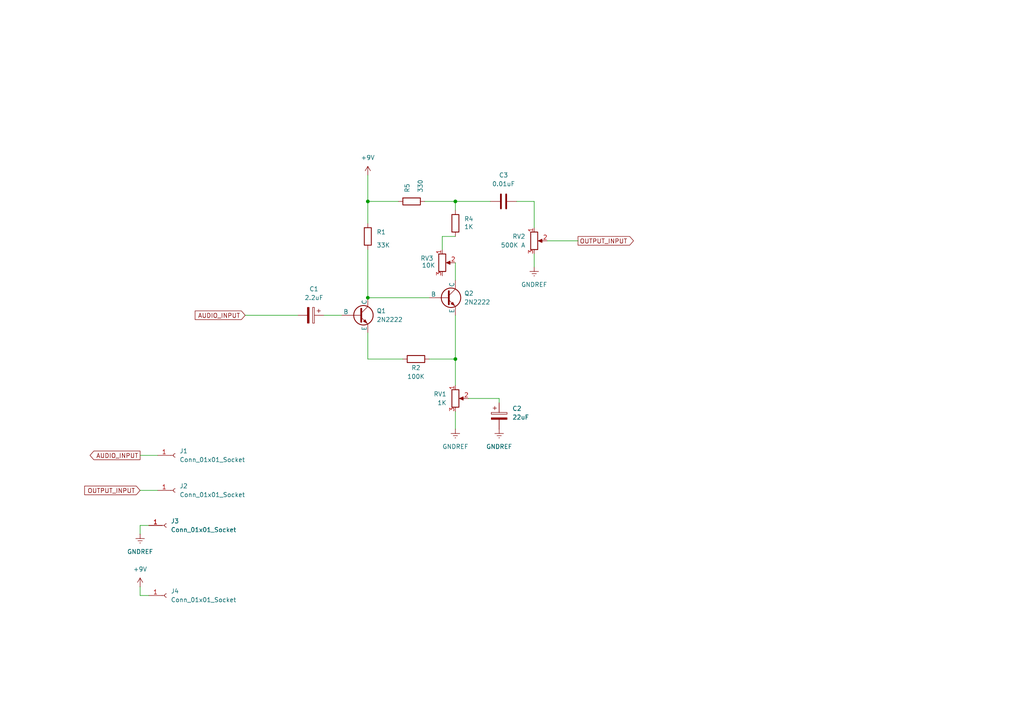
<source format=kicad_sch>
(kicad_sch (version 20250114) (generator "eeschema") (generator_version "9.0")
  (paper "A4")
  (lib_symbols
    (symbol "Connector:Conn_01x01_Socket" (pin_names (offset 1.016) (hide yes))
      (property "Reference" "J" (at 0 2.54 0))
      (property "Value" "Conn_01x01_Socket" (at 0 -2.54 0))
      (symbol "Conn_01x01_Socket_1_1"
        (polyline (pts (xy -1.27 0) (xy -0.508 0)) (stroke (width 0.1524)))
        (arc (start 0 -0.508) (mid -0.5058 0) (end 0 0.508) (stroke (width 0.1524)))
        (pin passive line (at -5.08 0 0) (length 3.81) (name "Pin_1") (number "1"))
      )
    )
    (symbol "Device:C" (pin_numbers (hide yes)) (pin_names (offset 0.254))
      (property "Reference" "C" (at 0.635 2.54 0))
      (property "Value" "C" (at 0.635 -2.54 0))
      (symbol "C_0_1"
        (polyline (pts (xy -2.032 0.762) (xy 2.032 0.762)) (stroke (width 0.508)))
        (polyline (pts (xy -2.032 -0.762) (xy 2.032 -0.762)) (stroke (width 0.508)))
      )
      (symbol "C_1_1"
        (pin passive line (at 0 3.81 270) (length 2.794) (name "~") (number "1"))
        (pin passive line (at 0 -3.81 90) (length 2.794) (name "~") (number "2"))
      )
    )
    (symbol "Device:C_Polarized" (pin_numbers (hide yes)) (pin_names (offset 0.254))
      (property "Reference" "C" (at 0.635 2.54 0))
      (property "Value" "C_Polarized" (at 0.635 -2.54 0))
      (symbol "C_Polarized_0_1"
        (rectangle (start -2.286 0.508) (end 2.286 1.016))
        (polyline (pts (xy -1.778 2.286) (xy -0.762 2.286)))
        (polyline (pts (xy -1.27 2.794) (xy -1.27 1.778)))
        (rectangle (start 2.286 -0.508) (end -2.286 -1.016) (fill (type outline)))
      )
      (symbol "C_Polarized_1_1"
        (pin passive line (at 0 3.81 270) (length 2.794) (name "~") (number "1"))
        (pin passive line (at 0 -3.81 90) (length 2.794) (name "~") (number "2"))
      )
    )
    (symbol "Device:R" (pin_numbers (hide yes)) (pin_names (offset 0))
      (property "Reference" "R" (at 2.032 0 90))
      (property "Value" "R" (at 0 0 90))
      (symbol "R_0_1"
        (rectangle (start -1.016 -2.54) (end 1.016 2.54) (stroke (width 0.254)))
      )
      (symbol "R_1_1"
        (pin passive line (at 0 3.81 270) (length 1.27) (name "~") (number "1"))
        (pin passive line (at 0 -3.81 90) (length 1.27) (name "~") (number "2"))
      )
    )
    (symbol "Device:R_Potentiometer" (pin_names (offset 1.016) (hide yes))
      (property "Reference" "RV" (at -4.445 0 90))
      (property "Value" "R_Potentiometer" (at -2.54 0 90))
      (symbol "R_Potentiometer_0_1"
        (rectangle (start 1.016 2.54) (end -1.016 -2.54) (stroke (width 0.254)))
        (polyline (pts (xy 1.143 0) (xy 2.286 0.508) (xy 2.286 -0.508) (xy 1.143 0)) (fill (type outline)))
        (polyline (pts (xy 2.54 0) (xy 1.524 0)))
      )
      (symbol "R_Potentiometer_1_1"
        (pin passive line (at 0 3.81 270) (length 1.27) (name "1") (number "1"))
        (pin passive line (at 0 -3.81 90) (length 1.27) (name "3") (number "3"))
        (pin passive line (at 3.81 0 180) (length 1.27) (name "2") (number "2"))
      )
    )
    (symbol "Simulation_SPICE:NPN" (pin_numbers (hide yes)) (pin_names (offset 0))
      (property "Reference" "Q" (at -2.54 7.62 0))
      (property "Value" "NPN" (at -2.54 5.08 0))
      (symbol "NPN_0_1"
        (polyline (pts (xy -2.54 0) (xy 0.635 0)) (stroke (width 0.1524)))
        (polyline (pts (xy 0.635 1.905) (xy 0.635 -1.905) (xy 0.635 -1.905)) (stroke (width 0.508)))
        (polyline (pts (xy 0.635 0.635) (xy 2.54 2.54)))
        (polyline (pts (xy 0.635 -0.635) (xy 2.54 -2.54) (xy 2.54 -2.54)))
        (circle (center 1.27 0) (radius 2.8194) (stroke (width 0.254)))
        (polyline (pts (xy 1.27 -1.778) (xy 1.778 -1.27) (xy 2.286 -2.286) (xy 1.27 -1.778) (xy 1.27 -1.778)) (fill (type outline)))
        (polyline (pts (xy 2.794 -1.27) (xy 2.794 -1.27)) (stroke (width 0.1524)))
        (polyline (pts (xy 2.794 -1.27) (xy 2.794 -1.27)) (stroke (width 0.1524)))
      )
      (symbol "NPN_1_1"
        (pin input line (at -5.08 0 0) (length 2.54) (name "B") (number "2"))
        (pin open_collector line (at 2.54 5.08 270) (length 2.54) (name "C") (number "1"))
        (pin open_emitter line (at 2.54 -5.08 90) (length 2.54) (name "E") (number "3"))
      )
    )
    (symbol "power:+9V" (power) (pin_numbers (hide yes)) (pin_names (offset 0) (hide yes))
      (property "Value" "+9V" (at 0 3.556 0))
      (symbol "+9V_0_1"
        (polyline (pts (xy -0.762 1.27) (xy 0 2.54)))
        (polyline (pts (xy 0 2.54) (xy 0.762 1.27)))
        (polyline (pts (xy 0 0) (xy 0 2.54)))
      )
      (symbol "+9V_1_1"
        (pin power_in line (at 0 0 90) (length 0) (name "~") (number "1"))
      )
    )
    (symbol "power:GNDREF" (power) (pin_numbers (hide yes)) (pin_names (offset 0) (hide yes))
      (property "Value" "GNDREF" (at 0 -3.81 0))
      (symbol "GNDREF_0_1"
        (polyline (pts (xy -0.635 -1.905) (xy 0.635 -1.905)))
        (polyline (pts (xy -0.127 -2.54) (xy 0.127 -2.54)))
        (polyline (pts (xy 0 -1.27) (xy 0 0)))
        (polyline (pts (xy 1.27 -1.27) (xy -1.27 -1.27)))
      )
      (symbol "GNDREF_1_1"
        (pin power_in line (at 0 0 270) (length 0) (name "~") (number "1"))
      )
    )
  )
  (junction (at 106.68 86.36))
  (junction (at 132.08 104.14))
  (junction (at 132.08 58.42))
  (junction (at 106.68 58.42))
  (wire (pts (xy 124.46 104.14) (xy 132.08 104.14)))
  (wire (pts (xy 144.78 115.57) (xy 135.89 115.57)))
  (wire (pts (xy 106.68 64.77) (xy 106.68 58.42)))
  (wire (pts (xy 158.75 69.85) (xy 167.64 69.85)))
  (wire (pts (xy 40.64 170.18) (xy 40.64 172.72)))
  (wire (pts (xy 106.68 96.52) (xy 106.68 104.14)))
  (wire (pts (xy 132.08 58.42) (xy 142.24 58.42)))
  (wire (pts (xy 40.64 172.72) (xy 43.18 172.72)))
  (wire (pts (xy 132.08 104.14) (xy 132.08 111.76)))
  (wire (pts (xy 40.64 152.4) (xy 43.18 152.4)))
  (wire (pts (xy 132.08 60.96) (xy 132.08 58.42)))
  (wire (pts (xy 71.12 91.44) (xy 86.36 91.44)))
  (wire (pts (xy 132.08 91.44) (xy 132.08 104.14)))
  (wire (pts (xy 144.78 116.84) (xy 144.78 115.57)))
  (wire (pts (xy 40.64 132.08) (xy 45.72 132.08)))
  (wire (pts (xy 40.64 142.24) (xy 45.72 142.24)))
  (wire (pts (xy 128.27 72.39) (xy 128.27 68.58)))
  (wire (pts (xy 132.08 119.38) (xy 132.08 124.46)))
  (wire (pts (xy 106.68 104.14) (xy 116.84 104.14)))
  (wire (pts (xy 106.68 86.36) (xy 124.46 86.36)))
  (wire (pts (xy 93.98 91.44) (xy 99.06 91.44)))
  (wire (pts (xy 128.27 68.58) (xy 132.08 68.58)))
  (wire (pts (xy 40.64 154.94) (xy 40.64 152.4)))
  (wire (pts (xy 154.94 73.66) (xy 154.94 77.47)))
  (wire (pts (xy 123.19 58.42) (xy 132.08 58.42)))
  (wire (pts (xy 149.86 58.42) (xy 154.94 58.42)))
  (wire (pts (xy 106.68 72.39) (xy 106.68 86.36)))
  (wire (pts (xy 154.94 58.42) (xy 154.94 66.04)))
  (wire (pts (xy 106.68 58.42) (xy 115.57 58.42)))
  (wire (pts (xy 106.68 50.8) (xy 106.68 58.42)))
  (wire (pts (xy 132.08 76.2) (xy 132.08 81.28)))
  (global_label "AUDIO_INPUT" (shape output) (at 40.64 132.08 180) (property "Intersheetrefs" "${INTERSHEET_REFS}" (effects (hide yes))))
  (global_label "OUTPUT_INPUT" (shape output) (at 167.64 69.85 0) (property "Intersheetrefs" "${INTERSHEET_REFS}" (effects (hide yes))))
  (global_label "AUDIO_INPUT" (shape input) (at 71.12 91.44 180) (property "Intersheetrefs" "${INTERSHEET_REFS}" (effects (hide yes))))
  (global_label "OUTPUT_INPUT" (shape input) (at 40.64 142.24 180) (property "Intersheetrefs" "${INTERSHEET_REFS}" (effects (hide yes))))
  (symbol (lib_id "Connector:Conn_01x01_Socket") (at 48.26 152.4 0) (unit 1)
    (property "Reference" "J3" (at 49.53 151.1299 0) (effects (justify left)))
    (property "Value" "Conn_01x01_Socket" (at 49.53 153.6699 0) (effects (justify left)))
    (property "Footprint" "Conn:Single_Conn" (effects (hide yes)))
    (property "Description" "Generic connector, single row, 01x01, script generated" (effects (hide yes)))
  )
  (symbol (lib_id "Device:R") (at 106.68 68.58 0) (unit 1)
    (property "Reference" "R1" (at 109.22 67.3099 0) (effects (justify left)))
    (property "Value" "33K" (at 109.22 71.12 0) (effects (justify left)))
    (property "Footprint" "Resistor_THT:R_Axial_DIN0207_L6.3mm_D2.5mm_P10.16mm_Horizontal" (effects (hide yes)))
    (property "Description" "Resistor" (effects (hide yes)))
  )
  (symbol (lib_id "Device:R") (at 120.65 104.14 90) (unit 1)
    (property "Reference" "R2" (at 120.65 106.68 90))
    (property "Value" "100K" (at 123.19 109.22 90) (effects (justify left)))
    (property "Footprint" "Resistor_THT:R_Axial_DIN0207_L6.3mm_D2.5mm_P10.16mm_Horizontal" (effects (hide yes)))
    (property "Description" "Resistor" (effects (hide yes)))
  )
  (symbol (lib_id "Device:C") (at 146.05 58.42 90) (unit 1)
    (property "Reference" "C3" (at 146.05 50.8 90))
    (property "Value" "0.01uF" (at 146.05 53.34 90))
    (property "Footprint" "Capacitor_THT:C_Disc_D3.4mm_W2.1mm_P2.50mm" (effects (hide yes)))
    (property "Description" "Unpolarized capacitor" (effects (hide yes)))
  )
  (symbol (lib_id "Device:R_Potentiometer") (at 128.27 76.2 0) (unit 1)
    (property "Reference" "RV3" (at 125.73 74.9299 0) (effects (justify right)))
    (property "Value" "10K" (at 126.238 76.962 0) (effects (justify right)))
    (property "Footprint" "Pot:Trimmer" (effects (hide yes)))
    (property "Description" "Potentiometer" (effects (hide yes)))
  )
  (symbol (lib_id "power:GNDREF") (at 154.94 77.47 0) (unit 1)
    (property "Reference" "#PWR03" (effects (hide yes)))
    (property "Value" "GNDREF" (at 154.94 82.55 0))
    (property "Description" "Power symbol creates a global label with name \"GNDREF\" , reference supply ground" (effects (hide yes)))
  )
  (symbol (lib_id "Device:C_Polarized") (at 90.17 91.44 270) (unit 1)
    (property "Reference" "C1" (at 91.059 83.82 90))
    (property "Value" "2.2uF" (at 91.059 86.36 90))
    (property "Footprint" "Capacitor_THT:CP_Radial_D5.0mm_P2.50mm" (effects (hide yes)))
    (property "Description" "Polarized capacitor" (effects (hide yes)))
  )
  (symbol (lib_id "power:+9V") (at 40.64 170.18 0) (unit 1)
    (property "Reference" "#PWR06" (effects (hide yes)))
    (property "Value" "+9V" (at 40.64 165.1 0))
    (property "Description" "Power symbol creates a global label with name \"+9V\"" (effects (hide yes)))
  )
  (symbol (lib_id "Connector:Conn_01x01_Socket") (at 48.26 172.72 0) (unit 1)
    (property "Reference" "J4" (at 49.53 171.4499 0) (effects (justify left)))
    (property "Value" "Conn_01x01_Socket" (at 49.53 173.9899 0) (effects (justify left)))
    (property "Footprint" "Conn:Single_Conn" (effects (hide yes)))
    (property "Description" "Generic connector, single row, 01x01, script generated" (effects (hide yes)))
  )
  (symbol (lib_id "power:+9V") (at 106.68 50.8 0) (unit 1)
    (property "Reference" "#PWR04" (effects (hide yes)))
    (property "Value" "+9V" (at 106.68 45.72 0))
    (property "Description" "Power symbol creates a global label with name \"+9V\"" (effects (hide yes)))
  )
  (symbol (lib_id "Device:R") (at 132.08 64.77 0) (unit 1)
    (property "Reference" "R4" (at 134.62 63.4999 0) (effects (justify left)))
    (property "Value" "1K" (at 134.62 65.786 0) (effects (justify left)))
    (property "Footprint" "Resistor_THT:R_Axial_DIN0207_L6.3mm_D2.5mm_P10.16mm_Horizontal" (effects (hide yes)))
    (property "Description" "Resistor" (effects (hide yes)))
  )
  (symbol (lib_id "Connector:Conn_01x01_Socket") (at 50.8 132.08 0) (unit 1)
    (property "Reference" "J1" (at 52.07 130.8099 0) (effects (justify left)))
    (property "Value" "Conn_01x01_Socket" (at 52.07 133.3499 0) (effects (justify left)))
    (property "Footprint" "Conn:Single_Conn" (effects (hide yes)))
    (property "Description" "Generic connector, single row, 01x01, script generated" (effects (hide yes)))
  )
  (symbol (lib_id "Simulation_SPICE:NPN") (at 104.14 91.44 0) (unit 1)
    (property "Reference" "Q1" (at 109.22 90.1699 0) (effects (justify left)))
    (property "Value" "2N2222" (at 109.22 92.7099 0) (effects (justify left)))
    (property "Footprint" "Package_TO_SOT_THT:TO-92L_Inline" (effects (hide yes)))
    (property "Datasheet" "https://ngspice.sourceforge.io/docs/ngspice-html-manual/manual.xhtml#cha_BJTs" (effects (hide yes)))
    (property "Description" "Bipolar transistor symbol for simulation only, substrate tied to the emitter" (effects (hide yes)))
    (property "Sim.Device" "NPN" (effects (hide yes)))
    (property "Sim.Type" "GUMMELPOON" (effects (hide yes)))
    (property "Sim.Pins" "1=C 2=B 3=E" (effects (hide yes)))
  )
  (symbol (lib_id "Connector:Conn_01x01_Socket") (at 50.8 142.24 0) (unit 1)
    (property "Reference" "J2" (at 52.07 140.9699 0) (effects (justify left)))
    (property "Value" "Conn_01x01_Socket" (at 52.07 143.5099 0) (effects (justify left)))
    (property "Footprint" "Conn:Single_Conn" (effects (hide yes)))
    (property "Description" "Generic connector, single row, 01x01, script generated" (effects (hide yes)))
  )
  (symbol (lib_id "power:GNDREF") (at 144.78 124.46 0) (unit 1)
    (property "Reference" "#PWR02" (effects (hide yes)))
    (property "Value" "GNDREF" (at 144.78 129.54 0))
    (property "Description" "Power symbol creates a global label with name \"GNDREF\" , reference supply ground" (effects (hide yes)))
  )
  (symbol (lib_id "Device:R_Potentiometer") (at 154.94 69.85 0) (unit 1)
    (property "Reference" "RV2" (at 152.4 68.5799 0) (effects (justify right)))
    (property "Value" "500K A" (at 152.4 71.1199 0) (effects (justify right)))
    (property "Footprint" "Pot:pot_barato" (effects (hide yes)))
    (property "Description" "Potentiometer" (effects (hide yes)))
  )
  (symbol (lib_id "Simulation_SPICE:NPN") (at 129.54 86.36 0) (unit 1)
    (property "Reference" "Q2" (at 134.62 85.0899 0) (effects (justify left)))
    (property "Value" "2N2222" (at 134.62 87.6299 0) (effects (justify left)))
    (property "Footprint" "Package_TO_SOT_THT:TO-92L_Inline" (effects (hide yes)))
    (property "Datasheet" "https://ngspice.sourceforge.io/docs/ngspice-html-manual/manual.xhtml#cha_BJTs" (effects (hide yes)))
    (property "Description" "Bipolar transistor symbol for simulation only, substrate tied to the emitter" (effects (hide yes)))
    (property "Sim.Device" "NPN" (effects (hide yes)))
    (property "Sim.Type" "GUMMELPOON" (effects (hide yes)))
    (property "Sim.Pins" "1=C 2=B 3=E" (effects (hide yes)))
  )
  (symbol (lib_id "Device:C_Polarized") (at 144.78 120.65 0) (unit 1)
    (property "Reference" "C2" (at 148.59 118.4909 0) (effects (justify left)))
    (property "Value" "22uF" (at 148.59 121.0309 0) (effects (justify left)))
    (property "Footprint" "Capacitor_THT:CP_Radial_D5.0mm_P2.50mm" (effects (hide yes)))
    (property "Description" "Polarized capacitor" (effects (hide yes)))
  )
  (symbol (lib_id "Device:R") (at 119.38 58.42 90) (unit 1)
    (property "Reference" "R5" (at 118.1099 55.88 0) (effects (justify left)))
    (property "Value" "330" (at 121.92 55.88 0) (effects (justify left)))
    (property "Footprint" "Resistor_THT:R_Axial_DIN0207_L6.3mm_D2.5mm_P10.16mm_Horizontal" (effects (hide yes)))
    (property "Description" "Resistor" (effects (hide yes)))
  )
  (symbol (lib_id "power:GNDREF") (at 132.08 124.46 0) (unit 1)
    (property "Reference" "#PWR01" (effects (hide yes)))
    (property "Value" "GNDREF" (at 132.08 129.54 0))
    (property "Description" "Power symbol creates a global label with name \"GNDREF\" , reference supply ground" (effects (hide yes)))
  )
  (symbol (lib_id "Device:R_Potentiometer") (at 132.08 115.57 0) (unit 1)
    (property "Reference" "RV1" (at 129.54 114.2999 0) (effects (justify right)))
    (property "Value" "1K" (at 129.54 116.8399 0) (effects (justify right)))
    (property "Footprint" "Pot:pot_barato" (effects (hide yes)))
    (property "Description" "Potentiometer" (effects (hide yes)))
  )
  (symbol (lib_id "power:GNDREF") (at 40.64 154.94 0) (unit 1)
    (property "Reference" "#PWR05" (effects (hide yes)))
    (property "Value" "GNDREF" (at 40.64 160.02 0))
    (property "Description" "Power symbol creates a global label with name \"GNDREF\" , reference supply ground" (effects (hide yes)))
  )
)
</source>
